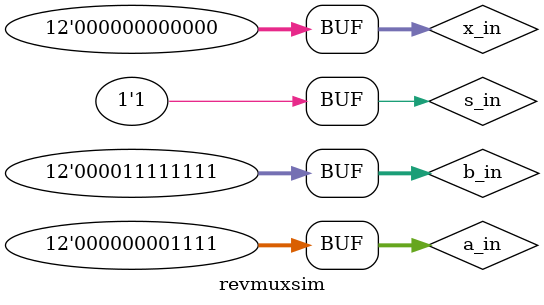
<source format=v>
`timescale 1ns / 1ps


module revmuxsim;

	// Inputs
	reg [11:0] a_in;
	reg [11:0] b_in;
	reg s_in;
	reg [11:0] x_in;

	// Outputs
	wire [11:0] a_out;
	wire [11:0] b_out;
	wire s_out;
	wire [11:0] x_out;

	// Instantiate the Unit Under Test (UUT)
	revMUX12 uut (
		.a_in(a_in), 
		.b_in(b_in), 
		.s_in(s_in), 
		.x_in(x_in), 
		.a_out(a_out), 
		.b_out(b_out), 
		.s_out(s_out), 
		.x_out(x_out)
	);

	initial begin
		// Initialize Inputs
		a_in = 0;
		b_in = 0;
		s_in = 0;
		x_in = 0;

		// Wait 100 ns for global reset to finish
		#100;
		
		a_in = 15;
		b_in = 255;
		#100
		s_in = 1;
        
		// Add stimulus here

	end
      
endmodule


</source>
